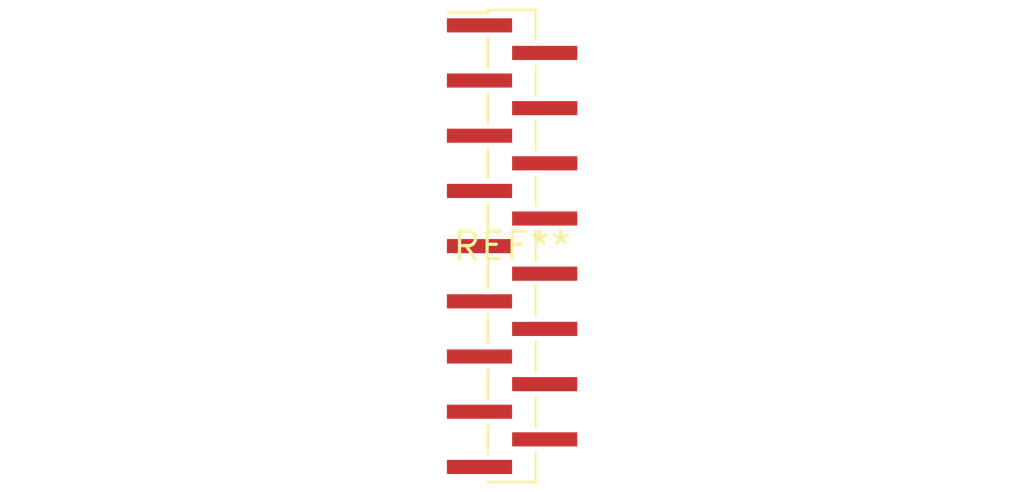
<source format=kicad_pcb>
(kicad_pcb (version 20240108) (generator pcbnew)
  (layers (0 "F.Cu" signal) (31 "B.Cu" signal) (34 "B.Paste" user) (35 "F.Paste" user) (36 "B.SilkS" user "B.Silkscreen") (37 "F.SilkS" user "F.Silkscreen") (38 "B.Mask" user) (39 "F.Mask" user) (44 "Edge.Cuts" user))
  (net 0 "")
  (footprint "PinHeader_1x17_P1.27mm_Vertical_SMD_Pin1Left" (layer "F.Cu") (at 0 0)
    (property "Reference" "REF**")
    (property "Value" "PinHeader_1x17_P1.27mm_Vertical_SMD_Pin1Left")
    (fp_line (start -1.11 -10.855) (end -1.11 -10.745) (layer "F.SilkS") (stroke (width 0.12)))
    (fp_line (start -1.11 -10.855) (end 1.11 -10.855) (layer "F.SilkS") (stroke (width 0.12)))
    (fp_line (start -1.11 -10.745) (end -2.94 -10.745) (layer "F.SilkS") (stroke (width 0.12)))
    (fp_line (start -1.11 -9.575) (end -1.11 -8.205) (layer "F.SilkS") (stroke (width 0.12)))
    (fp_line (start -1.11 -7.035) (end -1.11 -5.665) (layer "F.SilkS") (stroke (width 0.12)))
    (fp_line (start -1.11 -4.495) (end -1.11 -3.125) (layer "F.SilkS") (stroke (width 0.12)))
    (fp_line (start -1.11 -1.955) (end -1.11 -0.585) (layer "F.SilkS") (stroke (width 0.12)))
    (fp_line (start -1.11 0.585) (end -1.11 1.955) (layer "F.SilkS") (stroke (width 0.12)))
    (fp_line (start -1.11 3.125) (end -1.11 4.495) (layer "F.SilkS") (stroke (width 0.12)))
    (fp_line (start -1.11 5.665) (end -1.11 7.035) (layer "F.SilkS") (stroke (width 0.12)))
    (fp_line (start -1.11 8.205) (end -1.11 9.575) (layer "F.SilkS") (stroke (width 0.12)))
    (fp_line (start -1.11 10.855) (end 1.11 10.855) (layer "F.SilkS") (stroke (width 0.12)))
    (fp_line (start 1.11 -10.845) (end 1.11 -9.475) (layer "F.SilkS") (stroke (width 0.12)))
    (fp_line (start 1.11 -8.305) (end 1.11 -6.935) (layer "F.SilkS") (stroke (width 0.12)))
    (fp_line (start 1.11 -5.765) (end 1.11 -4.395) (layer "F.SilkS") (stroke (width 0.12)))
    (fp_line (start 1.11 -3.225) (end 1.11 -1.855) (layer "F.SilkS") (stroke (width 0.12)))
    (fp_line (start 1.11 -0.685) (end 1.11 0.685) (layer "F.SilkS") (stroke (width 0.12)))
    (fp_line (start 1.11 1.855) (end 1.11 3.225) (layer "F.SilkS") (stroke (width 0.12)))
    (fp_line (start 1.11 4.395) (end 1.11 5.765) (layer "F.SilkS") (stroke (width 0.12)))
    (fp_line (start 1.11 6.935) (end 1.11 8.305) (layer "F.SilkS") (stroke (width 0.12)))
    (fp_line (start 1.11 9.475) (end 1.11 10.845) (layer "F.SilkS") (stroke (width 0.12)))
    (fp_line (start 1.11 10.745) (end 1.11 10.855) (layer "F.SilkS") (stroke (width 0.12)))
    (pad "1" smd rect (at -1.5 -10.16) (size 3 0.65) (layers "F.Cu" "F.Paste" "F.Mask"))
    (pad "2" smd rect (at 1.5 -8.89) (size 3 0.65) (layers "F.Cu" "F.Paste" "F.Mask"))
    (pad "3" smd rect (at -1.5 -7.62) (size 3 0.65) (layers "F.Cu" "F.Paste" "F.Mask"))
    (pad "4" smd rect (at 1.5 -6.35) (size 3 0.65) (layers "F.Cu" "F.Paste" "F.Mask"))
    (pad "5" smd rect (at -1.5 -5.08) (size 3 0.65) (layers "F.Cu" "F.Paste" "F.Mask"))
    (pad "6" smd rect (at 1.5 -3.81) (size 3 0.65) (layers "F.Cu" "F.Paste" "F.Mask"))
    (pad "7" smd rect (at -1.5 -2.54) (size 3 0.65) (layers "F.Cu" "F.Paste" "F.Mask"))
    (pad "8" smd rect (at 1.5 -1.27) (size 3 0.65) (layers "F.Cu" "F.Paste" "F.Mask"))
    (pad "9" smd rect (at -1.5 0) (size 3 0.65) (layers "F.Cu" "F.Paste" "F.Mask"))
    (pad "10" smd rect (at 1.5 1.27) (size 3 0.65) (layers "F.Cu" "F.Paste" "F.Mask"))
    (pad "11" smd rect (at -1.5 2.54) (size 3 0.65) (layers "F.Cu" "F.Paste" "F.Mask"))
    (pad "12" smd rect (at 1.5 3.81) (size 3 0.65) (layers "F.Cu" "F.Paste" "F.Mask"))
    (pad "13" smd rect (at -1.5 5.08) (size 3 0.65) (layers "F.Cu" "F.Paste" "F.Mask"))
    (pad "14" smd rect (at 1.5 6.35) (size 3 0.65) (layers "F.Cu" "F.Paste" "F.Mask"))
    (pad "15" smd rect (at -1.5 7.62) (size 3 0.65) (layers "F.Cu" "F.Paste" "F.Mask"))
    (pad "16" smd rect (at 1.5 8.89) (size 3 0.65) (layers "F.Cu" "F.Paste" "F.Mask"))
    (pad "17" smd rect (at -1.5 10.16) (size 3 0.65) (layers "F.Cu" "F.Paste" "F.Mask"))
  )
)
</source>
